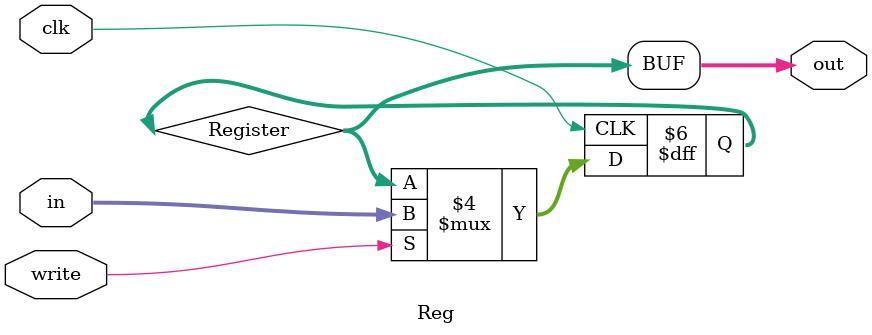
<source format=v>
module Reg (
    input [7:0] in,
    output reg [7:0] out,
    input write,
    input clk
);
    reg [7:0] Register;
    initial 
        Register = 0; 
    always @(posedge clk) begin
        if(write)
            Register <= in;
    end
    always @(*)
    out <= Register;
endmodule
</source>
